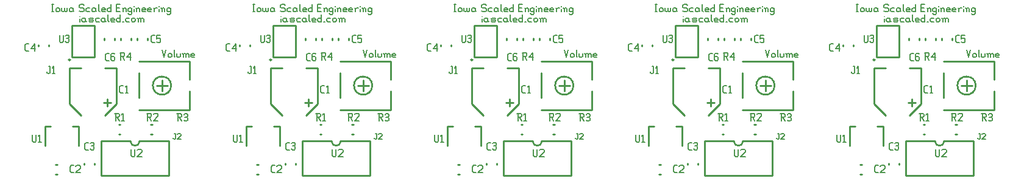
<source format=gbr>
G04 start of page 9 for group -4079 idx -4079 *
G04 Title: (unknown), topsilk *
G04 Creator: pcb 20140316 *
G04 CreationDate: Thu 20 Aug 2020 03:04:10 AM GMT UTC *
G04 For: railfan *
G04 Format: Gerber/RS-274X *
G04 PCB-Dimensions (mil): 5600.00 1200.00 *
G04 PCB-Coordinate-Origin: lower left *
%MOIN*%
%FSLAX25Y25*%
%LNTOPSILK*%
%ADD55C,0.0100*%
%ADD54C,0.0060*%
G54D54*X197500Y83010D02*X198490Y79050D01*
X199480Y83010D01*
X200668Y80535D02*Y79545D01*
Y80535D02*X201163Y81030D01*
X202153D01*
X202648Y80535D01*
Y79545D01*
X202153Y79050D02*X202648Y79545D01*
X201163Y79050D02*X202153D01*
X200668Y79545D02*X201163Y79050D01*
X203836Y83010D02*Y79545D01*
X204331Y79050D01*
X205321Y81030D02*Y79545D01*
X205816Y79050D01*
X206806D01*
X207301Y79545D01*
Y81030D02*Y79545D01*
X208984Y80535D02*Y79050D01*
Y80535D02*X209479Y81030D01*
X209974D01*
X210469Y80535D01*
Y79050D01*
Y80535D02*X210964Y81030D01*
X211459D01*
X211954Y80535D01*
Y79050D01*
X208489Y81030D02*X208984Y80535D01*
X213637Y79050D02*X215122D01*
X213142Y79545D02*X213637Y79050D01*
X213142Y80535D02*Y79545D01*
Y80535D02*X213637Y81030D01*
X214627D01*
X215122Y80535D01*
X213142Y80040D02*X215122D01*
Y80535D02*Y80040D01*
X307500Y83010D02*X308490Y79050D01*
X309480Y83010D01*
X310668Y80535D02*Y79545D01*
Y80535D02*X311163Y81030D01*
X312153D01*
X312648Y80535D01*
Y79545D01*
X312153Y79050D02*X312648Y79545D01*
X311163Y79050D02*X312153D01*
X310668Y79545D02*X311163Y79050D01*
X313836Y83010D02*Y79545D01*
X314331Y79050D01*
X315321Y81030D02*Y79545D01*
X315816Y79050D01*
X316806D01*
X317301Y79545D01*
Y81030D02*Y79545D01*
X318984Y80535D02*Y79050D01*
Y80535D02*X319479Y81030D01*
X319974D01*
X320469Y80535D01*
Y79050D01*
Y80535D02*X320964Y81030D01*
X321459D01*
X321954Y80535D01*
Y79050D01*
X318489Y81030D02*X318984Y80535D01*
X323637Y79050D02*X325122D01*
X323142Y79545D02*X323637Y79050D01*
X323142Y80535D02*Y79545D01*
Y80535D02*X323637Y81030D01*
X324627D01*
X325122Y80535D01*
X323142Y80040D02*X325122D01*
Y80535D02*Y80040D01*
X87500Y83010D02*X88490Y79050D01*
X89480Y83010D01*
X90668Y80535D02*Y79545D01*
Y80535D02*X91163Y81030D01*
X92153D01*
X92648Y80535D01*
Y79545D01*
X92153Y79050D02*X92648Y79545D01*
X91163Y79050D02*X92153D01*
X90668Y79545D02*X91163Y79050D01*
X93836Y83010D02*Y79545D01*
X94331Y79050D01*
X95321Y81030D02*Y79545D01*
X95816Y79050D01*
X96806D01*
X97301Y79545D01*
Y81030D02*Y79545D01*
X98984Y80535D02*Y79050D01*
Y80535D02*X99479Y81030D01*
X99974D01*
X100469Y80535D01*
Y79050D01*
Y80535D02*X100964Y81030D01*
X101459D01*
X101954Y80535D01*
Y79050D01*
X98489Y81030D02*X98984Y80535D01*
X103637Y79050D02*X105122D01*
X103142Y79545D02*X103637Y79050D01*
X103142Y80535D02*Y79545D01*
Y80535D02*X103637Y81030D01*
X104627D01*
X105122Y80535D01*
X103142Y80040D02*X105122D01*
Y80535D02*Y80040D01*
X27000Y108000D02*X28000D01*
X27500D02*Y104000D01*
X27000D02*X28000D01*
X29200Y105500D02*Y104500D01*
Y105500D02*X29700Y106000D01*
X30700D01*
X31200Y105500D01*
Y104500D01*
X30700Y104000D02*X31200Y104500D01*
X29700Y104000D02*X30700D01*
X29200Y104500D02*X29700Y104000D01*
X32400Y106000D02*Y104500D01*
X32900Y104000D01*
X33400D01*
X33900Y104500D01*
Y106000D02*Y104500D01*
X34400Y104000D01*
X34900D01*
X35400Y104500D01*
Y106000D02*Y104500D01*
X38100Y106000D02*X38600Y105500D01*
X37100Y106000D02*X38100D01*
X36600Y105500D02*X37100Y106000D01*
X36600Y105500D02*Y104500D01*
X37100Y104000D01*
X38600Y106000D02*Y104500D01*
X39100Y104000D01*
X37100D02*X38100D01*
X38600Y104500D01*
X44100Y108000D02*X44600Y107500D01*
X42600Y108000D02*X44100D01*
X42100Y107500D02*X42600Y108000D01*
X42100Y107500D02*Y106500D01*
X42600Y106000D01*
X44100D01*
X44600Y105500D01*
Y104500D01*
X44100Y104000D02*X44600Y104500D01*
X42600Y104000D02*X44100D01*
X42100Y104500D02*X42600Y104000D01*
X46300Y106000D02*X47800D01*
X45800Y105500D02*X46300Y106000D01*
X45800Y105500D02*Y104500D01*
X46300Y104000D01*
X47800D01*
X50500Y106000D02*X51000Y105500D01*
X49500Y106000D02*X50500D01*
X49000Y105500D02*X49500Y106000D01*
X49000Y105500D02*Y104500D01*
X49500Y104000D01*
X51000Y106000D02*Y104500D01*
X51500Y104000D01*
X49500D02*X50500D01*
X51000Y104500D01*
X52700Y108000D02*Y104500D01*
X53200Y104000D01*
X54700D02*X56200D01*
X54200Y104500D02*X54700Y104000D01*
X54200Y105500D02*Y104500D01*
Y105500D02*X54700Y106000D01*
X55700D01*
X56200Y105500D01*
X54200Y105000D02*X56200D01*
Y105500D02*Y105000D01*
X59400Y108000D02*Y104000D01*
X58900D02*X59400Y104500D01*
X57900Y104000D02*X58900D01*
X57400Y104500D02*X57900Y104000D01*
X57400Y105500D02*Y104500D01*
Y105500D02*X57900Y106000D01*
X58900D01*
X59400Y105500D01*
X62400Y106200D02*X63900D01*
X62400Y104000D02*X64400D01*
X62400Y108000D02*Y104000D01*
Y108000D02*X64400D01*
X66100Y105500D02*Y104000D01*
Y105500D02*X66600Y106000D01*
X67100D01*
X67600Y105500D01*
Y104000D01*
X65600Y106000D02*X66100Y105500D01*
X70300Y106000D02*X70800Y105500D01*
X69300Y106000D02*X70300D01*
X68800Y105500D02*X69300Y106000D01*
X68800Y105500D02*Y104500D01*
X69300Y104000D01*
X70300D01*
X70800Y104500D01*
X68800Y103000D02*X69300Y102500D01*
X70300D01*
X70800Y103000D01*
Y106000D02*Y103000D01*
X72000Y107000D02*Y106900D01*
Y105500D02*Y104000D01*
X73500Y105500D02*Y104000D01*
Y105500D02*X74000Y106000D01*
X74500D01*
X75000Y105500D01*
Y104000D01*
X73000Y106000D02*X73500Y105500D01*
X76700Y104000D02*X78200D01*
X76200Y104500D02*X76700Y104000D01*
X76200Y105500D02*Y104500D01*
Y105500D02*X76700Y106000D01*
X77700D01*
X78200Y105500D01*
X76200Y105000D02*X78200D01*
Y105500D02*Y105000D01*
X79900Y104000D02*X81400D01*
X79400Y104500D02*X79900Y104000D01*
X79400Y105500D02*Y104500D01*
Y105500D02*X79900Y106000D01*
X80900D01*
X81400Y105500D01*
X79400Y105000D02*X81400D01*
Y105500D02*Y105000D01*
X83100Y105500D02*Y104000D01*
Y105500D02*X83600Y106000D01*
X84600D01*
X82600D02*X83100Y105500D01*
X85800Y107000D02*Y106900D01*
Y105500D02*Y104000D01*
X87300Y105500D02*Y104000D01*
Y105500D02*X87800Y106000D01*
X88300D01*
X88800Y105500D01*
Y104000D01*
X86800Y106000D02*X87300Y105500D01*
X91500Y106000D02*X92000Y105500D01*
X90500Y106000D02*X91500D01*
X90000Y105500D02*X90500Y106000D01*
X90000Y105500D02*Y104500D01*
X90500Y104000D01*
X91500D01*
X92000Y104500D01*
X90000Y103000D02*X90500Y102500D01*
X91500D01*
X92000Y103000D01*
Y106000D02*Y103000D01*
X42500Y101500D02*Y101400D01*
Y100000D02*Y98500D01*
X45000Y100500D02*X45500Y100000D01*
X44000Y100500D02*X45000D01*
X43500Y100000D02*X44000Y100500D01*
X43500Y100000D02*Y99000D01*
X44000Y98500D01*
X45500Y100500D02*Y99000D01*
X46000Y98500D01*
X44000D02*X45000D01*
X45500Y99000D01*
X47700Y98500D02*X49200D01*
X49700Y99000D01*
X49200Y99500D02*X49700Y99000D01*
X47700Y99500D02*X49200D01*
X47200Y100000D02*X47700Y99500D01*
X47200Y100000D02*X47700Y100500D01*
X49200D01*
X49700Y100000D01*
X47200Y99000D02*X47700Y98500D01*
X51400Y100500D02*X52900D01*
X50900Y100000D02*X51400Y100500D01*
X50900Y100000D02*Y99000D01*
X51400Y98500D01*
X52900D01*
X55600Y100500D02*X56100Y100000D01*
X54600Y100500D02*X55600D01*
X54100Y100000D02*X54600Y100500D01*
X54100Y100000D02*Y99000D01*
X54600Y98500D01*
X56100Y100500D02*Y99000D01*
X56600Y98500D01*
X54600D02*X55600D01*
X56100Y99000D01*
X57800Y102500D02*Y99000D01*
X58300Y98500D01*
X59800D02*X61300D01*
X59300Y99000D02*X59800Y98500D01*
X59300Y100000D02*Y99000D01*
Y100000D02*X59800Y100500D01*
X60800D01*
X61300Y100000D01*
X59300Y99500D02*X61300D01*
Y100000D02*Y99500D01*
X64500Y102500D02*Y98500D01*
X64000D02*X64500Y99000D01*
X63000Y98500D02*X64000D01*
X62500Y99000D02*X63000Y98500D01*
X62500Y100000D02*Y99000D01*
Y100000D02*X63000Y100500D01*
X64000D01*
X64500Y100000D01*
X65700Y98500D02*X66200D01*
X67900Y100500D02*X69400D01*
X67400Y100000D02*X67900Y100500D01*
X67400Y100000D02*Y99000D01*
X67900Y98500D01*
X69400D01*
X70600Y100000D02*Y99000D01*
Y100000D02*X71100Y100500D01*
X72100D01*
X72600Y100000D01*
Y99000D01*
X72100Y98500D02*X72600Y99000D01*
X71100Y98500D02*X72100D01*
X70600Y99000D02*X71100Y98500D01*
X74300Y100000D02*Y98500D01*
Y100000D02*X74800Y100500D01*
X75300D01*
X75800Y100000D01*
Y98500D01*
Y100000D02*X76300Y100500D01*
X76800D01*
X77300Y100000D01*
Y98500D01*
X73800Y100500D02*X74300Y100000D01*
X137000Y108000D02*X138000D01*
X137500D02*Y104000D01*
X137000D02*X138000D01*
X139200Y105500D02*Y104500D01*
Y105500D02*X139700Y106000D01*
X140700D01*
X141200Y105500D01*
Y104500D01*
X140700Y104000D02*X141200Y104500D01*
X139700Y104000D02*X140700D01*
X139200Y104500D02*X139700Y104000D01*
X142400Y106000D02*Y104500D01*
X142900Y104000D01*
X143400D01*
X143900Y104500D01*
Y106000D02*Y104500D01*
X144400Y104000D01*
X144900D01*
X145400Y104500D01*
Y106000D02*Y104500D01*
X148100Y106000D02*X148600Y105500D01*
X147100Y106000D02*X148100D01*
X146600Y105500D02*X147100Y106000D01*
X146600Y105500D02*Y104500D01*
X147100Y104000D01*
X148600Y106000D02*Y104500D01*
X149100Y104000D01*
X147100D02*X148100D01*
X148600Y104500D01*
X154100Y108000D02*X154600Y107500D01*
X152600Y108000D02*X154100D01*
X152100Y107500D02*X152600Y108000D01*
X152100Y107500D02*Y106500D01*
X152600Y106000D01*
X154100D01*
X154600Y105500D01*
Y104500D01*
X154100Y104000D02*X154600Y104500D01*
X152600Y104000D02*X154100D01*
X152100Y104500D02*X152600Y104000D01*
X156300Y106000D02*X157800D01*
X155800Y105500D02*X156300Y106000D01*
X155800Y105500D02*Y104500D01*
X156300Y104000D01*
X157800D01*
X160500Y106000D02*X161000Y105500D01*
X159500Y106000D02*X160500D01*
X159000Y105500D02*X159500Y106000D01*
X159000Y105500D02*Y104500D01*
X159500Y104000D01*
X161000Y106000D02*Y104500D01*
X161500Y104000D01*
X159500D02*X160500D01*
X161000Y104500D01*
X162700Y108000D02*Y104500D01*
X163200Y104000D01*
X164700D02*X166200D01*
X164200Y104500D02*X164700Y104000D01*
X164200Y105500D02*Y104500D01*
Y105500D02*X164700Y106000D01*
X165700D01*
X166200Y105500D01*
X164200Y105000D02*X166200D01*
Y105500D02*Y105000D01*
X169400Y108000D02*Y104000D01*
X168900D02*X169400Y104500D01*
X167900Y104000D02*X168900D01*
X167400Y104500D02*X167900Y104000D01*
X167400Y105500D02*Y104500D01*
Y105500D02*X167900Y106000D01*
X168900D01*
X169400Y105500D01*
X172400Y106200D02*X173900D01*
X172400Y104000D02*X174400D01*
X172400Y108000D02*Y104000D01*
Y108000D02*X174400D01*
X176100Y105500D02*Y104000D01*
Y105500D02*X176600Y106000D01*
X177100D01*
X177600Y105500D01*
Y104000D01*
X175600Y106000D02*X176100Y105500D01*
X180300Y106000D02*X180800Y105500D01*
X179300Y106000D02*X180300D01*
X178800Y105500D02*X179300Y106000D01*
X178800Y105500D02*Y104500D01*
X179300Y104000D01*
X180300D01*
X180800Y104500D01*
X178800Y103000D02*X179300Y102500D01*
X180300D01*
X180800Y103000D01*
Y106000D02*Y103000D01*
X182000Y107000D02*Y106900D01*
Y105500D02*Y104000D01*
X183500Y105500D02*Y104000D01*
Y105500D02*X184000Y106000D01*
X184500D01*
X185000Y105500D01*
Y104000D01*
X183000Y106000D02*X183500Y105500D01*
X186700Y104000D02*X188200D01*
X186200Y104500D02*X186700Y104000D01*
X186200Y105500D02*Y104500D01*
Y105500D02*X186700Y106000D01*
X187700D01*
X188200Y105500D01*
X186200Y105000D02*X188200D01*
Y105500D02*Y105000D01*
X189900Y104000D02*X191400D01*
X189400Y104500D02*X189900Y104000D01*
X189400Y105500D02*Y104500D01*
Y105500D02*X189900Y106000D01*
X190900D01*
X191400Y105500D01*
X189400Y105000D02*X191400D01*
Y105500D02*Y105000D01*
X193100Y105500D02*Y104000D01*
Y105500D02*X193600Y106000D01*
X194600D01*
X192600D02*X193100Y105500D01*
X195800Y107000D02*Y106900D01*
Y105500D02*Y104000D01*
X197300Y105500D02*Y104000D01*
Y105500D02*X197800Y106000D01*
X198300D01*
X198800Y105500D01*
Y104000D01*
X196800Y106000D02*X197300Y105500D01*
X201500Y106000D02*X202000Y105500D01*
X200500Y106000D02*X201500D01*
X200000Y105500D02*X200500Y106000D01*
X200000Y105500D02*Y104500D01*
X200500Y104000D01*
X201500D01*
X202000Y104500D01*
X200000Y103000D02*X200500Y102500D01*
X201500D01*
X202000Y103000D01*
Y106000D02*Y103000D01*
X152500Y101500D02*Y101400D01*
Y100000D02*Y98500D01*
X155000Y100500D02*X155500Y100000D01*
X154000Y100500D02*X155000D01*
X153500Y100000D02*X154000Y100500D01*
X153500Y100000D02*Y99000D01*
X154000Y98500D01*
X155500Y100500D02*Y99000D01*
X156000Y98500D01*
X154000D02*X155000D01*
X155500Y99000D01*
X157700Y98500D02*X159200D01*
X159700Y99000D01*
X159200Y99500D02*X159700Y99000D01*
X157700Y99500D02*X159200D01*
X157200Y100000D02*X157700Y99500D01*
X157200Y100000D02*X157700Y100500D01*
X159200D01*
X159700Y100000D01*
X157200Y99000D02*X157700Y98500D01*
X161400Y100500D02*X162900D01*
X160900Y100000D02*X161400Y100500D01*
X160900Y100000D02*Y99000D01*
X161400Y98500D01*
X162900D01*
X165600Y100500D02*X166100Y100000D01*
X164600Y100500D02*X165600D01*
X164100Y100000D02*X164600Y100500D01*
X164100Y100000D02*Y99000D01*
X164600Y98500D01*
X166100Y100500D02*Y99000D01*
X166600Y98500D01*
X164600D02*X165600D01*
X166100Y99000D01*
X167800Y102500D02*Y99000D01*
X168300Y98500D01*
X169800D02*X171300D01*
X169300Y99000D02*X169800Y98500D01*
X169300Y100000D02*Y99000D01*
Y100000D02*X169800Y100500D01*
X170800D01*
X171300Y100000D01*
X169300Y99500D02*X171300D01*
Y100000D02*Y99500D01*
X174500Y102500D02*Y98500D01*
X174000D02*X174500Y99000D01*
X173000Y98500D02*X174000D01*
X172500Y99000D02*X173000Y98500D01*
X172500Y100000D02*Y99000D01*
Y100000D02*X173000Y100500D01*
X174000D01*
X174500Y100000D01*
X175700Y98500D02*X176200D01*
X177900Y100500D02*X179400D01*
X177400Y100000D02*X177900Y100500D01*
X177400Y100000D02*Y99000D01*
X177900Y98500D01*
X179400D01*
X180600Y100000D02*Y99000D01*
Y100000D02*X181100Y100500D01*
X182100D01*
X182600Y100000D01*
Y99000D01*
X182100Y98500D02*X182600Y99000D01*
X181100Y98500D02*X182100D01*
X180600Y99000D02*X181100Y98500D01*
X184300Y100000D02*Y98500D01*
Y100000D02*X184800Y100500D01*
X185300D01*
X185800Y100000D01*
Y98500D01*
Y100000D02*X186300Y100500D01*
X186800D01*
X187300Y100000D01*
Y98500D01*
X183800Y100500D02*X184300Y100000D01*
X247000Y108000D02*X248000D01*
X247500D02*Y104000D01*
X247000D02*X248000D01*
X249200Y105500D02*Y104500D01*
Y105500D02*X249700Y106000D01*
X250700D01*
X251200Y105500D01*
Y104500D01*
X250700Y104000D02*X251200Y104500D01*
X249700Y104000D02*X250700D01*
X249200Y104500D02*X249700Y104000D01*
X252400Y106000D02*Y104500D01*
X252900Y104000D01*
X253400D01*
X253900Y104500D01*
Y106000D02*Y104500D01*
X254400Y104000D01*
X254900D01*
X255400Y104500D01*
Y106000D02*Y104500D01*
X258100Y106000D02*X258600Y105500D01*
X257100Y106000D02*X258100D01*
X256600Y105500D02*X257100Y106000D01*
X256600Y105500D02*Y104500D01*
X257100Y104000D01*
X258600Y106000D02*Y104500D01*
X259100Y104000D01*
X257100D02*X258100D01*
X258600Y104500D01*
X264100Y108000D02*X264600Y107500D01*
X262600Y108000D02*X264100D01*
X262100Y107500D02*X262600Y108000D01*
X262100Y107500D02*Y106500D01*
X262600Y106000D01*
X264100D01*
X264600Y105500D01*
Y104500D01*
X264100Y104000D02*X264600Y104500D01*
X262600Y104000D02*X264100D01*
X262100Y104500D02*X262600Y104000D01*
X266300Y106000D02*X267800D01*
X265800Y105500D02*X266300Y106000D01*
X265800Y105500D02*Y104500D01*
X266300Y104000D01*
X267800D01*
X270500Y106000D02*X271000Y105500D01*
X269500Y106000D02*X270500D01*
X269000Y105500D02*X269500Y106000D01*
X269000Y105500D02*Y104500D01*
X269500Y104000D01*
X271000Y106000D02*Y104500D01*
X271500Y104000D01*
X269500D02*X270500D01*
X271000Y104500D01*
X272700Y108000D02*Y104500D01*
X273200Y104000D01*
X274700D02*X276200D01*
X274200Y104500D02*X274700Y104000D01*
X274200Y105500D02*Y104500D01*
Y105500D02*X274700Y106000D01*
X275700D01*
X276200Y105500D01*
X274200Y105000D02*X276200D01*
Y105500D02*Y105000D01*
X279400Y108000D02*Y104000D01*
X278900D02*X279400Y104500D01*
X277900Y104000D02*X278900D01*
X277400Y104500D02*X277900Y104000D01*
X277400Y105500D02*Y104500D01*
Y105500D02*X277900Y106000D01*
X278900D01*
X279400Y105500D01*
X282400Y106200D02*X283900D01*
X282400Y104000D02*X284400D01*
X282400Y108000D02*Y104000D01*
Y108000D02*X284400D01*
X286100Y105500D02*Y104000D01*
Y105500D02*X286600Y106000D01*
X287100D01*
X287600Y105500D01*
Y104000D01*
X285600Y106000D02*X286100Y105500D01*
X290300Y106000D02*X290800Y105500D01*
X289300Y106000D02*X290300D01*
X288800Y105500D02*X289300Y106000D01*
X288800Y105500D02*Y104500D01*
X289300Y104000D01*
X290300D01*
X290800Y104500D01*
X288800Y103000D02*X289300Y102500D01*
X290300D01*
X290800Y103000D01*
Y106000D02*Y103000D01*
X292000Y107000D02*Y106900D01*
Y105500D02*Y104000D01*
X293500Y105500D02*Y104000D01*
Y105500D02*X294000Y106000D01*
X294500D01*
X295000Y105500D01*
Y104000D01*
X293000Y106000D02*X293500Y105500D01*
X296700Y104000D02*X298200D01*
X296200Y104500D02*X296700Y104000D01*
X296200Y105500D02*Y104500D01*
Y105500D02*X296700Y106000D01*
X297700D01*
X298200Y105500D01*
X296200Y105000D02*X298200D01*
Y105500D02*Y105000D01*
X299900Y104000D02*X301400D01*
X299400Y104500D02*X299900Y104000D01*
X299400Y105500D02*Y104500D01*
Y105500D02*X299900Y106000D01*
X300900D01*
X301400Y105500D01*
X299400Y105000D02*X301400D01*
Y105500D02*Y105000D01*
X303100Y105500D02*Y104000D01*
Y105500D02*X303600Y106000D01*
X304600D01*
X302600D02*X303100Y105500D01*
X305800Y107000D02*Y106900D01*
Y105500D02*Y104000D01*
X307300Y105500D02*Y104000D01*
Y105500D02*X307800Y106000D01*
X308300D01*
X308800Y105500D01*
Y104000D01*
X306800Y106000D02*X307300Y105500D01*
X311500Y106000D02*X312000Y105500D01*
X310500Y106000D02*X311500D01*
X310000Y105500D02*X310500Y106000D01*
X310000Y105500D02*Y104500D01*
X310500Y104000D01*
X311500D01*
X312000Y104500D01*
X310000Y103000D02*X310500Y102500D01*
X311500D01*
X312000Y103000D01*
Y106000D02*Y103000D01*
X262500Y101500D02*Y101400D01*
Y100000D02*Y98500D01*
X265000Y100500D02*X265500Y100000D01*
X264000Y100500D02*X265000D01*
X263500Y100000D02*X264000Y100500D01*
X263500Y100000D02*Y99000D01*
X264000Y98500D01*
X265500Y100500D02*Y99000D01*
X266000Y98500D01*
X264000D02*X265000D01*
X265500Y99000D01*
X267700Y98500D02*X269200D01*
X269700Y99000D01*
X269200Y99500D02*X269700Y99000D01*
X267700Y99500D02*X269200D01*
X267200Y100000D02*X267700Y99500D01*
X267200Y100000D02*X267700Y100500D01*
X269200D01*
X269700Y100000D01*
X267200Y99000D02*X267700Y98500D01*
X271400Y100500D02*X272900D01*
X270900Y100000D02*X271400Y100500D01*
X270900Y100000D02*Y99000D01*
X271400Y98500D01*
X272900D01*
X275600Y100500D02*X276100Y100000D01*
X274600Y100500D02*X275600D01*
X274100Y100000D02*X274600Y100500D01*
X274100Y100000D02*Y99000D01*
X274600Y98500D01*
X276100Y100500D02*Y99000D01*
X276600Y98500D01*
X274600D02*X275600D01*
X276100Y99000D01*
X277800Y102500D02*Y99000D01*
X278300Y98500D01*
X279800D02*X281300D01*
X279300Y99000D02*X279800Y98500D01*
X279300Y100000D02*Y99000D01*
Y100000D02*X279800Y100500D01*
X280800D01*
X281300Y100000D01*
X279300Y99500D02*X281300D01*
Y100000D02*Y99500D01*
X284500Y102500D02*Y98500D01*
X284000D02*X284500Y99000D01*
X283000Y98500D02*X284000D01*
X282500Y99000D02*X283000Y98500D01*
X282500Y100000D02*Y99000D01*
Y100000D02*X283000Y100500D01*
X284000D01*
X284500Y100000D01*
X285700Y98500D02*X286200D01*
X287900Y100500D02*X289400D01*
X287400Y100000D02*X287900Y100500D01*
X287400Y100000D02*Y99000D01*
X287900Y98500D01*
X289400D01*
X290600Y100000D02*Y99000D01*
Y100000D02*X291100Y100500D01*
X292100D01*
X292600Y100000D01*
Y99000D01*
X292100Y98500D02*X292600Y99000D01*
X291100Y98500D02*X292100D01*
X290600Y99000D02*X291100Y98500D01*
X294300Y100000D02*Y98500D01*
Y100000D02*X294800Y100500D01*
X295300D01*
X295800Y100000D01*
Y98500D01*
Y100000D02*X296300Y100500D01*
X296800D01*
X297300Y100000D01*
Y98500D01*
X293800Y100500D02*X294300Y100000D01*
X417500Y83010D02*X418490Y79050D01*
X419480Y83010D01*
X420668Y80535D02*Y79545D01*
Y80535D02*X421163Y81030D01*
X422153D01*
X422648Y80535D01*
Y79545D01*
X422153Y79050D02*X422648Y79545D01*
X421163Y79050D02*X422153D01*
X420668Y79545D02*X421163Y79050D01*
X423836Y83010D02*Y79545D01*
X424331Y79050D01*
X425321Y81030D02*Y79545D01*
X425816Y79050D01*
X426806D01*
X427301Y79545D01*
Y81030D02*Y79545D01*
X428984Y80535D02*Y79050D01*
Y80535D02*X429479Y81030D01*
X429974D01*
X430469Y80535D01*
Y79050D01*
Y80535D02*X430964Y81030D01*
X431459D01*
X431954Y80535D01*
Y79050D01*
X428489Y81030D02*X428984Y80535D01*
X433637Y79050D02*X435122D01*
X433142Y79545D02*X433637Y79050D01*
X433142Y80535D02*Y79545D01*
Y80535D02*X433637Y81030D01*
X434627D01*
X435122Y80535D01*
X433142Y80040D02*X435122D01*
Y80535D02*Y80040D01*
X527500Y83010D02*X528490Y79050D01*
X529480Y83010D01*
X530668Y80535D02*Y79545D01*
Y80535D02*X531163Y81030D01*
X532153D01*
X532648Y80535D01*
Y79545D01*
X532153Y79050D02*X532648Y79545D01*
X531163Y79050D02*X532153D01*
X530668Y79545D02*X531163Y79050D01*
X533836Y83010D02*Y79545D01*
X534331Y79050D01*
X535321Y81030D02*Y79545D01*
X535816Y79050D01*
X536806D01*
X537301Y79545D01*
Y81030D02*Y79545D01*
X538984Y80535D02*Y79050D01*
Y80535D02*X539479Y81030D01*
X539974D01*
X540469Y80535D01*
Y79050D01*
Y80535D02*X540964Y81030D01*
X541459D01*
X541954Y80535D01*
Y79050D01*
X538489Y81030D02*X538984Y80535D01*
X543637Y79050D02*X545122D01*
X543142Y79545D02*X543637Y79050D01*
X543142Y80535D02*Y79545D01*
Y80535D02*X543637Y81030D01*
X544627D01*
X545122Y80535D01*
X543142Y80040D02*X545122D01*
Y80535D02*Y80040D01*
X357000Y108000D02*X358000D01*
X357500D02*Y104000D01*
X357000D02*X358000D01*
X359200Y105500D02*Y104500D01*
Y105500D02*X359700Y106000D01*
X360700D01*
X361200Y105500D01*
Y104500D01*
X360700Y104000D02*X361200Y104500D01*
X359700Y104000D02*X360700D01*
X359200Y104500D02*X359700Y104000D01*
X362400Y106000D02*Y104500D01*
X362900Y104000D01*
X363400D01*
X363900Y104500D01*
Y106000D02*Y104500D01*
X364400Y104000D01*
X364900D01*
X365400Y104500D01*
Y106000D02*Y104500D01*
X368100Y106000D02*X368600Y105500D01*
X367100Y106000D02*X368100D01*
X366600Y105500D02*X367100Y106000D01*
X366600Y105500D02*Y104500D01*
X367100Y104000D01*
X368600Y106000D02*Y104500D01*
X369100Y104000D01*
X367100D02*X368100D01*
X368600Y104500D01*
X374100Y108000D02*X374600Y107500D01*
X372600Y108000D02*X374100D01*
X372100Y107500D02*X372600Y108000D01*
X372100Y107500D02*Y106500D01*
X372600Y106000D01*
X374100D01*
X374600Y105500D01*
Y104500D01*
X374100Y104000D02*X374600Y104500D01*
X372600Y104000D02*X374100D01*
X372100Y104500D02*X372600Y104000D01*
X376300Y106000D02*X377800D01*
X375800Y105500D02*X376300Y106000D01*
X375800Y105500D02*Y104500D01*
X376300Y104000D01*
X377800D01*
X380500Y106000D02*X381000Y105500D01*
X379500Y106000D02*X380500D01*
X379000Y105500D02*X379500Y106000D01*
X379000Y105500D02*Y104500D01*
X379500Y104000D01*
X381000Y106000D02*Y104500D01*
X381500Y104000D01*
X379500D02*X380500D01*
X381000Y104500D01*
X382700Y108000D02*Y104500D01*
X383200Y104000D01*
X384700D02*X386200D01*
X384200Y104500D02*X384700Y104000D01*
X384200Y105500D02*Y104500D01*
Y105500D02*X384700Y106000D01*
X385700D01*
X386200Y105500D01*
X384200Y105000D02*X386200D01*
Y105500D02*Y105000D01*
X389400Y108000D02*Y104000D01*
X388900D02*X389400Y104500D01*
X387900Y104000D02*X388900D01*
X387400Y104500D02*X387900Y104000D01*
X387400Y105500D02*Y104500D01*
Y105500D02*X387900Y106000D01*
X388900D01*
X389400Y105500D01*
X392400Y106200D02*X393900D01*
X392400Y104000D02*X394400D01*
X392400Y108000D02*Y104000D01*
Y108000D02*X394400D01*
X396100Y105500D02*Y104000D01*
Y105500D02*X396600Y106000D01*
X397100D01*
X397600Y105500D01*
Y104000D01*
X395600Y106000D02*X396100Y105500D01*
X400300Y106000D02*X400800Y105500D01*
X399300Y106000D02*X400300D01*
X398800Y105500D02*X399300Y106000D01*
X398800Y105500D02*Y104500D01*
X399300Y104000D01*
X400300D01*
X400800Y104500D01*
X398800Y103000D02*X399300Y102500D01*
X400300D01*
X400800Y103000D01*
Y106000D02*Y103000D01*
X402000Y107000D02*Y106900D01*
Y105500D02*Y104000D01*
X403500Y105500D02*Y104000D01*
Y105500D02*X404000Y106000D01*
X404500D01*
X405000Y105500D01*
Y104000D01*
X403000Y106000D02*X403500Y105500D01*
X406700Y104000D02*X408200D01*
X406200Y104500D02*X406700Y104000D01*
X406200Y105500D02*Y104500D01*
Y105500D02*X406700Y106000D01*
X407700D01*
X408200Y105500D01*
X406200Y105000D02*X408200D01*
Y105500D02*Y105000D01*
X409900Y104000D02*X411400D01*
X409400Y104500D02*X409900Y104000D01*
X409400Y105500D02*Y104500D01*
Y105500D02*X409900Y106000D01*
X410900D01*
X411400Y105500D01*
X409400Y105000D02*X411400D01*
Y105500D02*Y105000D01*
X413100Y105500D02*Y104000D01*
Y105500D02*X413600Y106000D01*
X414600D01*
X412600D02*X413100Y105500D01*
X415800Y107000D02*Y106900D01*
Y105500D02*Y104000D01*
X417300Y105500D02*Y104000D01*
Y105500D02*X417800Y106000D01*
X418300D01*
X418800Y105500D01*
Y104000D01*
X416800Y106000D02*X417300Y105500D01*
X421500Y106000D02*X422000Y105500D01*
X420500Y106000D02*X421500D01*
X420000Y105500D02*X420500Y106000D01*
X420000Y105500D02*Y104500D01*
X420500Y104000D01*
X421500D01*
X422000Y104500D01*
X420000Y103000D02*X420500Y102500D01*
X421500D01*
X422000Y103000D01*
Y106000D02*Y103000D01*
X372500Y101500D02*Y101400D01*
Y100000D02*Y98500D01*
X375000Y100500D02*X375500Y100000D01*
X374000Y100500D02*X375000D01*
X373500Y100000D02*X374000Y100500D01*
X373500Y100000D02*Y99000D01*
X374000Y98500D01*
X375500Y100500D02*Y99000D01*
X376000Y98500D01*
X374000D02*X375000D01*
X375500Y99000D01*
X377700Y98500D02*X379200D01*
X379700Y99000D01*
X379200Y99500D02*X379700Y99000D01*
X377700Y99500D02*X379200D01*
X377200Y100000D02*X377700Y99500D01*
X377200Y100000D02*X377700Y100500D01*
X379200D01*
X379700Y100000D01*
X377200Y99000D02*X377700Y98500D01*
X381400Y100500D02*X382900D01*
X380900Y100000D02*X381400Y100500D01*
X380900Y100000D02*Y99000D01*
X381400Y98500D01*
X382900D01*
X385600Y100500D02*X386100Y100000D01*
X384600Y100500D02*X385600D01*
X384100Y100000D02*X384600Y100500D01*
X384100Y100000D02*Y99000D01*
X384600Y98500D01*
X386100Y100500D02*Y99000D01*
X386600Y98500D01*
X384600D02*X385600D01*
X386100Y99000D01*
X387800Y102500D02*Y99000D01*
X388300Y98500D01*
X389800D02*X391300D01*
X389300Y99000D02*X389800Y98500D01*
X389300Y100000D02*Y99000D01*
Y100000D02*X389800Y100500D01*
X390800D01*
X391300Y100000D01*
X389300Y99500D02*X391300D01*
Y100000D02*Y99500D01*
X394500Y102500D02*Y98500D01*
X394000D02*X394500Y99000D01*
X393000Y98500D02*X394000D01*
X392500Y99000D02*X393000Y98500D01*
X392500Y100000D02*Y99000D01*
Y100000D02*X393000Y100500D01*
X394000D01*
X394500Y100000D01*
X395700Y98500D02*X396200D01*
X397900Y100500D02*X399400D01*
X397400Y100000D02*X397900Y100500D01*
X397400Y100000D02*Y99000D01*
X397900Y98500D01*
X399400D01*
X400600Y100000D02*Y99000D01*
Y100000D02*X401100Y100500D01*
X402100D01*
X402600Y100000D01*
Y99000D01*
X402100Y98500D02*X402600Y99000D01*
X401100Y98500D02*X402100D01*
X400600Y99000D02*X401100Y98500D01*
X404300Y100000D02*Y98500D01*
Y100000D02*X404800Y100500D01*
X405300D01*
X405800Y100000D01*
Y98500D01*
Y100000D02*X406300Y100500D01*
X406800D01*
X407300Y100000D01*
Y98500D01*
X403800Y100500D02*X404300Y100000D01*
X467000Y108000D02*X468000D01*
X467500D02*Y104000D01*
X467000D02*X468000D01*
X469200Y105500D02*Y104500D01*
Y105500D02*X469700Y106000D01*
X470700D01*
X471200Y105500D01*
Y104500D01*
X470700Y104000D02*X471200Y104500D01*
X469700Y104000D02*X470700D01*
X469200Y104500D02*X469700Y104000D01*
X472400Y106000D02*Y104500D01*
X472900Y104000D01*
X473400D01*
X473900Y104500D01*
Y106000D02*Y104500D01*
X474400Y104000D01*
X474900D01*
X475400Y104500D01*
Y106000D02*Y104500D01*
X478100Y106000D02*X478600Y105500D01*
X477100Y106000D02*X478100D01*
X476600Y105500D02*X477100Y106000D01*
X476600Y105500D02*Y104500D01*
X477100Y104000D01*
X478600Y106000D02*Y104500D01*
X479100Y104000D01*
X477100D02*X478100D01*
X478600Y104500D01*
X484100Y108000D02*X484600Y107500D01*
X482600Y108000D02*X484100D01*
X482100Y107500D02*X482600Y108000D01*
X482100Y107500D02*Y106500D01*
X482600Y106000D01*
X484100D01*
X484600Y105500D01*
Y104500D01*
X484100Y104000D02*X484600Y104500D01*
X482600Y104000D02*X484100D01*
X482100Y104500D02*X482600Y104000D01*
X486300Y106000D02*X487800D01*
X485800Y105500D02*X486300Y106000D01*
X485800Y105500D02*Y104500D01*
X486300Y104000D01*
X487800D01*
X490500Y106000D02*X491000Y105500D01*
X489500Y106000D02*X490500D01*
X489000Y105500D02*X489500Y106000D01*
X489000Y105500D02*Y104500D01*
X489500Y104000D01*
X491000Y106000D02*Y104500D01*
X491500Y104000D01*
X489500D02*X490500D01*
X491000Y104500D01*
X492700Y108000D02*Y104500D01*
X493200Y104000D01*
X494700D02*X496200D01*
X494200Y104500D02*X494700Y104000D01*
X494200Y105500D02*Y104500D01*
Y105500D02*X494700Y106000D01*
X495700D01*
X496200Y105500D01*
X494200Y105000D02*X496200D01*
Y105500D02*Y105000D01*
X499400Y108000D02*Y104000D01*
X498900D02*X499400Y104500D01*
X497900Y104000D02*X498900D01*
X497400Y104500D02*X497900Y104000D01*
X497400Y105500D02*Y104500D01*
Y105500D02*X497900Y106000D01*
X498900D01*
X499400Y105500D01*
X502400Y106200D02*X503900D01*
X502400Y104000D02*X504400D01*
X502400Y108000D02*Y104000D01*
Y108000D02*X504400D01*
X506100Y105500D02*Y104000D01*
Y105500D02*X506600Y106000D01*
X507100D01*
X507600Y105500D01*
Y104000D01*
X505600Y106000D02*X506100Y105500D01*
X510300Y106000D02*X510800Y105500D01*
X509300Y106000D02*X510300D01*
X508800Y105500D02*X509300Y106000D01*
X508800Y105500D02*Y104500D01*
X509300Y104000D01*
X510300D01*
X510800Y104500D01*
X508800Y103000D02*X509300Y102500D01*
X510300D01*
X510800Y103000D01*
Y106000D02*Y103000D01*
X512000Y107000D02*Y106900D01*
Y105500D02*Y104000D01*
X513500Y105500D02*Y104000D01*
Y105500D02*X514000Y106000D01*
X514500D01*
X515000Y105500D01*
Y104000D01*
X513000Y106000D02*X513500Y105500D01*
X516700Y104000D02*X518200D01*
X516200Y104500D02*X516700Y104000D01*
X516200Y105500D02*Y104500D01*
Y105500D02*X516700Y106000D01*
X517700D01*
X518200Y105500D01*
X516200Y105000D02*X518200D01*
Y105500D02*Y105000D01*
X519900Y104000D02*X521400D01*
X519400Y104500D02*X519900Y104000D01*
X519400Y105500D02*Y104500D01*
Y105500D02*X519900Y106000D01*
X520900D01*
X521400Y105500D01*
X519400Y105000D02*X521400D01*
Y105500D02*Y105000D01*
X523100Y105500D02*Y104000D01*
Y105500D02*X523600Y106000D01*
X524600D01*
X522600D02*X523100Y105500D01*
X525800Y107000D02*Y106900D01*
Y105500D02*Y104000D01*
X527300Y105500D02*Y104000D01*
Y105500D02*X527800Y106000D01*
X528300D01*
X528800Y105500D01*
Y104000D01*
X526800Y106000D02*X527300Y105500D01*
X531500Y106000D02*X532000Y105500D01*
X530500Y106000D02*X531500D01*
X530000Y105500D02*X530500Y106000D01*
X530000Y105500D02*Y104500D01*
X530500Y104000D01*
X531500D01*
X532000Y104500D01*
X530000Y103000D02*X530500Y102500D01*
X531500D01*
X532000Y103000D01*
Y106000D02*Y103000D01*
X482500Y101500D02*Y101400D01*
Y100000D02*Y98500D01*
X485000Y100500D02*X485500Y100000D01*
X484000Y100500D02*X485000D01*
X483500Y100000D02*X484000Y100500D01*
X483500Y100000D02*Y99000D01*
X484000Y98500D01*
X485500Y100500D02*Y99000D01*
X486000Y98500D01*
X484000D02*X485000D01*
X485500Y99000D01*
X487700Y98500D02*X489200D01*
X489700Y99000D01*
X489200Y99500D02*X489700Y99000D01*
X487700Y99500D02*X489200D01*
X487200Y100000D02*X487700Y99500D01*
X487200Y100000D02*X487700Y100500D01*
X489200D01*
X489700Y100000D01*
X487200Y99000D02*X487700Y98500D01*
X491400Y100500D02*X492900D01*
X490900Y100000D02*X491400Y100500D01*
X490900Y100000D02*Y99000D01*
X491400Y98500D01*
X492900D01*
X495600Y100500D02*X496100Y100000D01*
X494600Y100500D02*X495600D01*
X494100Y100000D02*X494600Y100500D01*
X494100Y100000D02*Y99000D01*
X494600Y98500D01*
X496100Y100500D02*Y99000D01*
X496600Y98500D01*
X494600D02*X495600D01*
X496100Y99000D01*
X497800Y102500D02*Y99000D01*
X498300Y98500D01*
X499800D02*X501300D01*
X499300Y99000D02*X499800Y98500D01*
X499300Y100000D02*Y99000D01*
Y100000D02*X499800Y100500D01*
X500800D01*
X501300Y100000D01*
X499300Y99500D02*X501300D01*
Y100000D02*Y99500D01*
X504500Y102500D02*Y98500D01*
X504000D02*X504500Y99000D01*
X503000Y98500D02*X504000D01*
X502500Y99000D02*X503000Y98500D01*
X502500Y100000D02*Y99000D01*
Y100000D02*X503000Y100500D01*
X504000D01*
X504500Y100000D01*
X505700Y98500D02*X506200D01*
X507900Y100500D02*X509400D01*
X507400Y100000D02*X507900Y100500D01*
X507400Y100000D02*Y99000D01*
X507900Y98500D01*
X509400D01*
X510600Y100000D02*Y99000D01*
Y100000D02*X511100Y100500D01*
X512100D01*
X512600Y100000D01*
Y99000D01*
X512100Y98500D02*X512600Y99000D01*
X511100Y98500D02*X512100D01*
X510600Y99000D02*X511100Y98500D01*
X514300Y100000D02*Y98500D01*
Y100000D02*X514800Y100500D01*
X515300D01*
X515800Y100000D01*
Y98500D01*
Y100000D02*X516300Y100500D01*
X516800D01*
X517300Y100000D01*
Y98500D01*
X513800Y100500D02*X514300Y100000D01*
G54D55*X275996Y72992D02*X282492D01*
X256508D02*X263004D01*
X256508D02*Y53504D01*
X282492Y72992D02*Y53504D01*
X256508D02*X263004Y47008D01*
X282492Y53504D02*X275996Y47008D01*
X275500Y54000D02*X279500D01*
X277500Y56000D02*Y52000D01*
X258158Y96484D02*Y79162D01*
Y96484D02*X270362D01*
Y79162D01*
X258158D02*X270362D01*
X256658Y77162D02*G75*G03X256658Y77162I0J500D01*G01*
X290255Y89393D02*Y88607D01*
X284745Y89393D02*Y88607D01*
X275745Y89393D02*Y88607D01*
X281255Y89393D02*Y88607D01*
X245255Y85893D02*Y85107D01*
X239745Y85893D02*Y85107D01*
X283607Y42255D02*X284393D01*
X283607Y36745D02*X284393D01*
X301107Y42255D02*X301893D01*
X301107Y36745D02*X301893D01*
X274000Y33000D02*Y14000D01*
X311000D01*
Y33000D01*
X274000D02*X290000D01*
X311000D02*X295000D01*
X290000D02*G75*G03X295000Y33000I2500J0D01*G01*
X243250Y41150D02*Y30520D01*
X261750Y41150D02*Y30520D01*
X243250Y41150D02*X246500D01*
X261750D02*X258500D01*
X243250Y30520D02*X243429D01*
X261571D02*X261750D01*
X249107Y20255D02*X249893D01*
X249107Y14745D02*X249893D01*
X270255Y20893D02*Y20107D01*
X264745Y20893D02*Y20107D01*
X299255Y89393D02*Y88607D01*
X293745Y89393D02*Y88607D01*
X294642Y76709D02*X322358D01*
Y66700D01*
Y60300D02*Y50291D01*
X294642D01*
Y56700D02*Y70300D01*
X304240Y63500D02*X310240D01*
X307240Y66500D02*Y60500D01*
X302240Y63500D02*G75*G03X302240Y63500I5000J0D01*G01*
X385996Y72992D02*X392492D01*
X366508D02*X373004D01*
X366508D02*Y53504D01*
X392492Y72992D02*Y53504D01*
X366508D02*X373004Y47008D01*
X392492Y53504D02*X385996Y47008D01*
X385500Y54000D02*X389500D01*
X387500Y56000D02*Y52000D01*
X355255Y85893D02*Y85107D01*
X349745Y85893D02*Y85107D01*
X393607Y42255D02*X394393D01*
X393607Y36745D02*X394393D01*
X353250Y41150D02*Y30520D01*
X371750Y41150D02*Y30520D01*
X353250Y41150D02*X356500D01*
X371750D02*X368500D01*
X353250Y30520D02*X353429D01*
X371571D02*X371750D01*
X411107Y42255D02*X411893D01*
X411107Y36745D02*X411893D01*
X384000Y33000D02*Y14000D01*
X421000D01*
Y33000D01*
X384000D02*X400000D01*
X421000D02*X405000D01*
X400000D02*G75*G03X405000Y33000I2500J0D01*G01*
X359107Y20255D02*X359893D01*
X359107Y14745D02*X359893D01*
X380255Y20893D02*Y20107D01*
X374745Y20893D02*Y20107D01*
X368158Y96484D02*Y79162D01*
Y96484D02*X380362D01*
Y79162D01*
X368158D02*X380362D01*
X366658Y77162D02*G75*G03X366658Y77162I0J500D01*G01*
X385745Y89393D02*Y88607D01*
X391255Y89393D02*Y88607D01*
X400255Y89393D02*Y88607D01*
X394745Y89393D02*Y88607D01*
X409255Y89393D02*Y88607D01*
X403745Y89393D02*Y88607D01*
X404642Y76709D02*X432358D01*
Y66700D01*
Y60300D02*Y50291D01*
X404642D01*
Y56700D02*Y70300D01*
X414240Y63500D02*X420240D01*
X417240Y66500D02*Y60500D01*
X412240Y63500D02*G75*G03X412240Y63500I5000J0D01*G01*
X465255Y85893D02*Y85107D01*
X459745Y85893D02*Y85107D01*
X503607Y42255D02*X504393D01*
X503607Y36745D02*X504393D01*
X521107Y42255D02*X521893D01*
X521107Y36745D02*X521893D01*
X494000Y33000D02*Y14000D01*
X531000D01*
Y33000D01*
X494000D02*X510000D01*
X531000D02*X515000D01*
X510000D02*G75*G03X515000Y33000I2500J0D01*G01*
X495996Y72992D02*X502492D01*
X476508D02*X483004D01*
X476508D02*Y53504D01*
X502492Y72992D02*Y53504D01*
X476508D02*X483004Y47008D01*
X502492Y53504D02*X495996Y47008D01*
X495500Y54000D02*X499500D01*
X497500Y56000D02*Y52000D01*
X478158Y96484D02*Y79162D01*
Y96484D02*X490362D01*
Y79162D01*
X478158D02*X490362D01*
X476658Y77162D02*G75*G03X476658Y77162I0J500D01*G01*
X495745Y89393D02*Y88607D01*
X501255Y89393D02*Y88607D01*
X463250Y41150D02*Y30520D01*
X481750Y41150D02*Y30520D01*
X463250Y41150D02*X466500D01*
X481750D02*X478500D01*
X463250Y30520D02*X463429D01*
X481571D02*X481750D01*
X469107Y20255D02*X469893D01*
X469107Y14745D02*X469893D01*
X490255Y20893D02*Y20107D01*
X484745Y20893D02*Y20107D01*
X510255Y89393D02*Y88607D01*
X504745Y89393D02*Y88607D01*
X519255Y89393D02*Y88607D01*
X513745Y89393D02*Y88607D01*
X514642Y76709D02*X542358D01*
Y66700D01*
Y60300D02*Y50291D01*
X514642D01*
Y56700D02*Y70300D01*
X524240Y63500D02*X530240D01*
X527240Y66500D02*Y60500D01*
X522240Y63500D02*G75*G03X522240Y63500I5000J0D01*G01*
X70255Y89393D02*Y88607D01*
X64745Y89393D02*Y88607D01*
X79255Y89393D02*Y88607D01*
X73745Y89393D02*Y88607D01*
X74642Y76709D02*X102358D01*
Y66700D01*
Y60300D02*Y50291D01*
X74642D01*
Y56700D02*Y70300D01*
X84240Y63500D02*X90240D01*
X87240Y66500D02*Y60500D01*
X82240Y63500D02*G75*G03X82240Y63500I5000J0D01*G01*
X135255Y85893D02*Y85107D01*
X129745Y85893D02*Y85107D01*
X63607Y42255D02*X64393D01*
X63607Y36745D02*X64393D01*
X23250Y41150D02*Y30520D01*
X41750Y41150D02*Y30520D01*
X23250Y41150D02*X26500D01*
X41750D02*X38500D01*
X23250Y30520D02*X23429D01*
X41571D02*X41750D01*
X81107Y42255D02*X81893D01*
X81107Y36745D02*X81893D01*
X54000Y33000D02*Y14000D01*
X91000D01*
Y33000D01*
X54000D02*X70000D01*
X91000D02*X75000D01*
X70000D02*G75*G03X75000Y33000I2500J0D01*G01*
X29107Y20255D02*X29893D01*
X29107Y14745D02*X29893D01*
X50255Y20893D02*Y20107D01*
X44745Y20893D02*Y20107D01*
X55996Y72992D02*X62492D01*
X36508D02*X43004D01*
X36508D02*Y53504D01*
X62492Y72992D02*Y53504D01*
X36508D02*X43004Y47008D01*
X62492Y53504D02*X55996Y47008D01*
X55500Y54000D02*X59500D01*
X57500Y56000D02*Y52000D01*
X25255Y85893D02*Y85107D01*
X19745Y85893D02*Y85107D01*
X38158Y96484D02*Y79162D01*
Y96484D02*X50362D01*
Y79162D01*
X38158D02*X50362D01*
X36658Y77162D02*G75*G03X36658Y77162I0J500D01*G01*
X55745Y89393D02*Y88607D01*
X61255Y89393D02*Y88607D01*
X173607Y42255D02*X174393D01*
X173607Y36745D02*X174393D01*
X191107Y42255D02*X191893D01*
X191107Y36745D02*X191893D01*
X164000Y33000D02*Y14000D01*
X201000D01*
Y33000D01*
X164000D02*X180000D01*
X201000D02*X185000D01*
X180000D02*G75*G03X185000Y33000I2500J0D01*G01*
X165996Y72992D02*X172492D01*
X146508D02*X153004D01*
X146508D02*Y53504D01*
X172492Y72992D02*Y53504D01*
X146508D02*X153004Y47008D01*
X172492Y53504D02*X165996Y47008D01*
X165500Y54000D02*X169500D01*
X167500Y56000D02*Y52000D01*
X148158Y96484D02*Y79162D01*
Y96484D02*X160362D01*
Y79162D01*
X148158D02*X160362D01*
X146658Y77162D02*G75*G03X146658Y77162I0J500D01*G01*
X165745Y89393D02*Y88607D01*
X171255Y89393D02*Y88607D01*
X133250Y41150D02*Y30520D01*
X151750Y41150D02*Y30520D01*
X133250Y41150D02*X136500D01*
X151750D02*X148500D01*
X133250Y30520D02*X133429D01*
X151571D02*X151750D01*
X139107Y20255D02*X139893D01*
X139107Y14745D02*X139893D01*
X160255Y20893D02*Y20107D01*
X154745Y20893D02*Y20107D01*
X180255Y89393D02*Y88607D01*
X174745Y89393D02*Y88607D01*
X189255Y89393D02*Y88607D01*
X183745Y89393D02*Y88607D01*
X184642Y76709D02*X212358D01*
Y66700D01*
Y60300D02*Y50291D01*
X184642D01*
Y56700D02*Y70300D01*
X194240Y63500D02*X200240D01*
X197240Y66500D02*Y60500D01*
X192240Y63500D02*G75*G03X192240Y63500I5000J0D01*G01*
G54D54*X281350Y48150D02*X283350D01*
X283850Y47650D01*
Y46650D01*
X283350Y46150D02*X283850Y46650D01*
X281850Y46150D02*X283350D01*
X281850Y48150D02*Y44150D01*
X282650Y46150D02*X283850Y44150D01*
X285050Y47350D02*X285850Y48150D01*
Y44150D01*
X285050D02*X286550D01*
X236500Y36500D02*Y33000D01*
X237000Y32500D01*
X238000D01*
X238500Y33000D01*
Y36500D02*Y33000D01*
X239700Y35700D02*X240500Y36500D01*
Y32500D01*
X239700D02*X241200D01*
X298893Y48150D02*X300893D01*
X301393Y47650D01*
Y46650D01*
X300893Y46150D02*X301393Y46650D01*
X299393Y46150D02*X300893D01*
X299393Y48150D02*Y44150D01*
X300193Y46150D02*X301393Y44150D01*
X302593Y47650D02*X303093Y48150D01*
X304593D01*
X305093Y47650D01*
Y46650D01*
X302593Y44150D02*X305093Y46650D01*
X302593Y44150D02*X305093D01*
X290500Y28500D02*Y25000D01*
X291000Y24500D01*
X292000D01*
X292500Y25000D01*
Y28500D02*Y25000D01*
X293700Y28000D02*X294200Y28500D01*
X295700D01*
X296200Y28000D01*
Y27000D01*
X293700Y24500D02*X296200Y27000D01*
X293700Y24500D02*X296200D01*
X265550Y28150D02*X266850D01*
X264850Y28850D02*X265550Y28150D01*
X264850Y31450D02*Y28850D01*
Y31450D02*X265550Y32150D01*
X266850D01*
X268050Y31650D02*X268550Y32150D01*
X269550D01*
X270050Y31650D01*
X269550Y28150D02*X270050Y28650D01*
X268550Y28150D02*X269550D01*
X268050Y28650D02*X268550Y28150D01*
Y30350D02*X269550D01*
X270050Y31650D02*Y30850D01*
Y29850D02*Y28650D01*
Y29850D02*X269550Y30350D01*
X270050Y30850D02*X269550Y30350D01*
X257550Y15650D02*X258850D01*
X256850Y16350D02*X257550Y15650D01*
X256850Y18950D02*Y16350D01*
Y18950D02*X257550Y19650D01*
X258850D01*
X260050Y19150D02*X260550Y19650D01*
X262050D01*
X262550Y19150D01*
Y18150D01*
X260050Y15650D02*X262550Y18150D01*
X260050Y15650D02*X262550D01*
X251240Y91177D02*Y87677D01*
X251740Y87177D01*
X252740D01*
X253240Y87677D01*
Y91177D02*Y87677D01*
X254440Y90677D02*X254940Y91177D01*
X255940D01*
X256440Y90677D01*
X255940Y87177D02*X256440Y87677D01*
X254940Y87177D02*X255940D01*
X254440Y87677D02*X254940Y87177D01*
Y89377D02*X255940D01*
X256440Y90677D02*Y89877D01*
Y88877D02*Y87677D01*
Y88877D02*X255940Y89377D01*
X256440Y89877D02*X255940Y89377D01*
X233006Y82343D02*X234306D01*
X232306Y83043D02*X233006Y82343D01*
X232306Y85643D02*Y83043D01*
Y85643D02*X233006Y86343D01*
X234306D01*
X235506Y83843D02*X237506Y86343D01*
X235506Y83843D02*X238006D01*
X237506Y86343D02*Y82343D01*
X245200Y73969D02*X246000D01*
Y70469D01*
X245500Y69969D02*X246000Y70469D01*
X245000Y69969D02*X245500D01*
X244500Y70469D02*X245000Y69969D01*
X244500Y70969D02*Y70469D01*
X247200Y73169D02*X248000Y73969D01*
Y69969D01*
X247200D02*X248700D01*
X284700Y59500D02*X286000D01*
X284000Y60200D02*X284700Y59500D01*
X284000Y62800D02*Y60200D01*
Y62800D02*X284700Y63500D01*
X286000D01*
X287200Y62700D02*X288000Y63500D01*
Y59500D01*
X287200D02*X288700D01*
X276896Y77244D02*X278196D01*
X276196Y77944D02*X276896Y77244D01*
X276196Y80544D02*Y77944D01*
Y80544D02*X276896Y81244D01*
X278196D01*
X280896D02*X281396Y80744D01*
X279896Y81244D02*X280896D01*
X279396Y80744D02*X279896Y81244D01*
X279396Y80744D02*Y77744D01*
X279896Y77244D01*
X280896Y79444D02*X281396Y78944D01*
X279396Y79444D02*X280896D01*
X279896Y77244D02*X280896D01*
X281396Y77744D01*
Y78944D02*Y77744D01*
X284287Y81504D02*X286287D01*
X286787Y81004D01*
Y80004D01*
X286287Y79504D02*X286787Y80004D01*
X284787Y79504D02*X286287D01*
X284787Y81504D02*Y77504D01*
X285587Y79504D02*X286787Y77504D01*
X287987Y79004D02*X289987Y81504D01*
X287987Y79004D02*X290487D01*
X289987Y81504D02*Y77504D01*
X301967Y87087D02*X303267D01*
X301267Y87787D02*X301967Y87087D01*
X301267Y90387D02*Y87787D01*
Y90387D02*X301967Y91087D01*
X303267D01*
X304467D02*X306467D01*
X304467D02*Y89087D01*
X304967Y89587D01*
X305967D01*
X306467Y89087D01*
Y87587D01*
X305967Y87087D02*X306467Y87587D01*
X304967Y87087D02*X305967D01*
X304467Y87587D02*X304967Y87087D01*
X355200Y73969D02*X356000D01*
Y70469D01*
X355500Y69969D02*X356000Y70469D01*
X355000Y69969D02*X355500D01*
X354500Y70469D02*X355000Y69969D01*
X354500Y70969D02*Y70469D01*
X357200Y73169D02*X358000Y73969D01*
Y69969D01*
X357200D02*X358700D01*
X343006Y82343D02*X344306D01*
X342306Y83043D02*X343006Y82343D01*
X342306Y85643D02*Y83043D01*
Y85643D02*X343006Y86343D01*
X344306D01*
X345506Y83843D02*X347506Y86343D01*
X345506Y83843D02*X348006D01*
X347506Y86343D02*Y82343D01*
X314039Y37230D02*X314655D01*
Y34535D01*
X314270Y34150D02*X314655Y34535D01*
X313885Y34150D02*X314270D01*
X313500Y34535D02*X313885Y34150D01*
X313500Y34920D02*Y34535D01*
X315579Y36845D02*X315964Y37230D01*
X317119D01*
X317504Y36845D01*
Y36075D01*
X315579Y34150D02*X317504Y36075D01*
X315579Y34150D02*X317504D01*
X315500Y48000D02*X317500D01*
X318000Y47500D01*
Y46500D01*
X317500Y46000D02*X318000Y46500D01*
X316000Y46000D02*X317500D01*
X316000Y48000D02*Y44000D01*
X316800Y46000D02*X318000Y44000D01*
X319200Y47500D02*X319700Y48000D01*
X320700D01*
X321200Y47500D01*
X320700Y44000D02*X321200Y44500D01*
X319700Y44000D02*X320700D01*
X319200Y44500D02*X319700Y44000D01*
Y46200D02*X320700D01*
X321200Y47500D02*Y46700D01*
Y45700D02*Y44500D01*
Y45700D02*X320700Y46200D01*
X321200Y46700D02*X320700Y46200D01*
X346500Y36500D02*Y33000D01*
X347000Y32500D01*
X348000D01*
X348500Y33000D01*
Y36500D02*Y33000D01*
X349700Y35700D02*X350500Y36500D01*
Y32500D01*
X349700D02*X351200D01*
X367550Y15650D02*X368850D01*
X366850Y16350D02*X367550Y15650D01*
X366850Y18950D02*Y16350D01*
Y18950D02*X367550Y19650D01*
X368850D01*
X370050Y19150D02*X370550Y19650D01*
X372050D01*
X372550Y19150D01*
Y18150D01*
X370050Y15650D02*X372550Y18150D01*
X370050Y15650D02*X372550D01*
X375550Y28150D02*X376850D01*
X374850Y28850D02*X375550Y28150D01*
X374850Y31450D02*Y28850D01*
Y31450D02*X375550Y32150D01*
X376850D01*
X378050Y31650D02*X378550Y32150D01*
X379550D01*
X380050Y31650D01*
X379550Y28150D02*X380050Y28650D01*
X378550Y28150D02*X379550D01*
X378050Y28650D02*X378550Y28150D01*
Y30350D02*X379550D01*
X380050Y31650D02*Y30850D01*
Y29850D02*Y28650D01*
Y29850D02*X379550Y30350D01*
X380050Y30850D02*X379550Y30350D01*
X361240Y91177D02*Y87677D01*
X361740Y87177D01*
X362740D01*
X363240Y87677D01*
Y91177D02*Y87677D01*
X364440Y90677D02*X364940Y91177D01*
X365940D01*
X366440Y90677D01*
X365940Y87177D02*X366440Y87677D01*
X364940Y87177D02*X365940D01*
X364440Y87677D02*X364940Y87177D01*
Y89377D02*X365940D01*
X366440Y90677D02*Y89877D01*
Y88877D02*Y87677D01*
Y88877D02*X365940Y89377D01*
X366440Y89877D02*X365940Y89377D01*
X411967Y87087D02*X413267D01*
X411267Y87787D02*X411967Y87087D01*
X411267Y90387D02*Y87787D01*
Y90387D02*X411967Y91087D01*
X413267D01*
X414467D02*X416467D01*
X414467D02*Y89087D01*
X414967Y89587D01*
X415967D01*
X416467Y89087D01*
Y87587D01*
X415967Y87087D02*X416467Y87587D01*
X414967Y87087D02*X415967D01*
X414467Y87587D02*X414967Y87087D01*
X391350Y48150D02*X393350D01*
X393850Y47650D01*
Y46650D01*
X393350Y46150D02*X393850Y46650D01*
X391850Y46150D02*X393350D01*
X391850Y48150D02*Y44150D01*
X392650Y46150D02*X393850Y44150D01*
X395050Y47350D02*X395850Y48150D01*
Y44150D01*
X395050D02*X396550D01*
X394700Y59500D02*X396000D01*
X394000Y60200D02*X394700Y59500D01*
X394000Y62800D02*Y60200D01*
Y62800D02*X394700Y63500D01*
X396000D01*
X397200Y62700D02*X398000Y63500D01*
Y59500D01*
X397200D02*X398700D01*
X408893Y48150D02*X410893D01*
X411393Y47650D01*
Y46650D01*
X410893Y46150D02*X411393Y46650D01*
X409393Y46150D02*X410893D01*
X409393Y48150D02*Y44150D01*
X410193Y46150D02*X411393Y44150D01*
X412593Y47650D02*X413093Y48150D01*
X414593D01*
X415093Y47650D01*
Y46650D01*
X412593Y44150D02*X415093Y46650D01*
X412593Y44150D02*X415093D01*
X400500Y28500D02*Y25000D01*
X401000Y24500D01*
X402000D01*
X402500Y25000D01*
Y28500D02*Y25000D01*
X403700Y28000D02*X404200Y28500D01*
X405700D01*
X406200Y28000D01*
Y27000D01*
X403700Y24500D02*X406200Y27000D01*
X403700Y24500D02*X406200D01*
X424039Y37230D02*X424655D01*
Y34535D01*
X424270Y34150D02*X424655Y34535D01*
X423885Y34150D02*X424270D01*
X423500Y34535D02*X423885Y34150D01*
X423500Y34920D02*Y34535D01*
X425579Y36845D02*X425964Y37230D01*
X427119D01*
X427504Y36845D01*
Y36075D01*
X425579Y34150D02*X427504Y36075D01*
X425579Y34150D02*X427504D01*
X425500Y48000D02*X427500D01*
X428000Y47500D01*
Y46500D01*
X427500Y46000D02*X428000Y46500D01*
X426000Y46000D02*X427500D01*
X426000Y48000D02*Y44000D01*
X426800Y46000D02*X428000Y44000D01*
X429200Y47500D02*X429700Y48000D01*
X430700D01*
X431200Y47500D01*
X430700Y44000D02*X431200Y44500D01*
X429700Y44000D02*X430700D01*
X429200Y44500D02*X429700Y44000D01*
Y46200D02*X430700D01*
X431200Y47500D02*Y46700D01*
Y45700D02*Y44500D01*
Y45700D02*X430700Y46200D01*
X431200Y46700D02*X430700Y46200D01*
X394287Y81504D02*X396287D01*
X396787Y81004D01*
Y80004D01*
X396287Y79504D02*X396787Y80004D01*
X394787Y79504D02*X396287D01*
X394787Y81504D02*Y77504D01*
X395587Y79504D02*X396787Y77504D01*
X397987Y79004D02*X399987Y81504D01*
X397987Y79004D02*X400487D01*
X399987Y81504D02*Y77504D01*
X386896Y77244D02*X388196D01*
X386196Y77944D02*X386896Y77244D01*
X386196Y80544D02*Y77944D01*
Y80544D02*X386896Y81244D01*
X388196D01*
X390896D02*X391396Y80744D01*
X389896Y81244D02*X390896D01*
X389396Y80744D02*X389896Y81244D01*
X389396Y80744D02*Y77744D01*
X389896Y77244D01*
X390896Y79444D02*X391396Y78944D01*
X389396Y79444D02*X390896D01*
X389896Y77244D02*X390896D01*
X391396Y77744D01*
Y78944D02*Y77744D01*
X501350Y48150D02*X503350D01*
X503850Y47650D01*
Y46650D01*
X503350Y46150D02*X503850Y46650D01*
X501850Y46150D02*X503350D01*
X501850Y48150D02*Y44150D01*
X502650Y46150D02*X503850Y44150D01*
X505050Y47350D02*X505850Y48150D01*
Y44150D01*
X505050D02*X506550D01*
X456500Y36500D02*Y33000D01*
X457000Y32500D01*
X458000D01*
X458500Y33000D01*
Y36500D02*Y33000D01*
X459700Y35700D02*X460500Y36500D01*
Y32500D01*
X459700D02*X461200D01*
X485550Y28150D02*X486850D01*
X484850Y28850D02*X485550Y28150D01*
X484850Y31450D02*Y28850D01*
Y31450D02*X485550Y32150D01*
X486850D01*
X488050Y31650D02*X488550Y32150D01*
X489550D01*
X490050Y31650D01*
X489550Y28150D02*X490050Y28650D01*
X488550Y28150D02*X489550D01*
X488050Y28650D02*X488550Y28150D01*
Y30350D02*X489550D01*
X490050Y31650D02*Y30850D01*
Y29850D02*Y28650D01*
Y29850D02*X489550Y30350D01*
X490050Y30850D02*X489550Y30350D01*
X477550Y15650D02*X478850D01*
X476850Y16350D02*X477550Y15650D01*
X476850Y18950D02*Y16350D01*
Y18950D02*X477550Y19650D01*
X478850D01*
X480050Y19150D02*X480550Y19650D01*
X482050D01*
X482550Y19150D01*
Y18150D01*
X480050Y15650D02*X482550Y18150D01*
X480050Y15650D02*X482550D01*
X465200Y73969D02*X466000D01*
Y70469D01*
X465500Y69969D02*X466000Y70469D01*
X465000Y69969D02*X465500D01*
X464500Y70469D02*X465000Y69969D01*
X464500Y70969D02*Y70469D01*
X467200Y73169D02*X468000Y73969D01*
Y69969D01*
X467200D02*X468700D01*
X504700Y59500D02*X506000D01*
X504000Y60200D02*X504700Y59500D01*
X504000Y62800D02*Y60200D01*
Y62800D02*X504700Y63500D01*
X506000D01*
X507200Y62700D02*X508000Y63500D01*
Y59500D01*
X507200D02*X508700D01*
X496896Y77244D02*X498196D01*
X496196Y77944D02*X496896Y77244D01*
X496196Y80544D02*Y77944D01*
Y80544D02*X496896Y81244D01*
X498196D01*
X500896D02*X501396Y80744D01*
X499896Y81244D02*X500896D01*
X499396Y80744D02*X499896Y81244D01*
X499396Y80744D02*Y77744D01*
X499896Y77244D01*
X500896Y79444D02*X501396Y78944D01*
X499396Y79444D02*X500896D01*
X499896Y77244D02*X500896D01*
X501396Y77744D01*
Y78944D02*Y77744D01*
X453006Y82343D02*X454306D01*
X452306Y83043D02*X453006Y82343D01*
X452306Y85643D02*Y83043D01*
Y85643D02*X453006Y86343D01*
X454306D01*
X455506Y83843D02*X457506Y86343D01*
X455506Y83843D02*X458006D01*
X457506Y86343D02*Y82343D01*
X471240Y91177D02*Y87677D01*
X471740Y87177D01*
X472740D01*
X473240Y87677D01*
Y91177D02*Y87677D01*
X474440Y90677D02*X474940Y91177D01*
X475940D01*
X476440Y90677D01*
X475940Y87177D02*X476440Y87677D01*
X474940Y87177D02*X475940D01*
X474440Y87677D02*X474940Y87177D01*
Y89377D02*X475940D01*
X476440Y90677D02*Y89877D01*
Y88877D02*Y87677D01*
Y88877D02*X475940Y89377D01*
X476440Y89877D02*X475940Y89377D01*
X521967Y87087D02*X523267D01*
X521267Y87787D02*X521967Y87087D01*
X521267Y90387D02*Y87787D01*
Y90387D02*X521967Y91087D01*
X523267D01*
X524467D02*X526467D01*
X524467D02*Y89087D01*
X524967Y89587D01*
X525967D01*
X526467Y89087D01*
Y87587D01*
X525967Y87087D02*X526467Y87587D01*
X524967Y87087D02*X525967D01*
X524467Y87587D02*X524967Y87087D01*
X504287Y81504D02*X506287D01*
X506787Y81004D01*
Y80004D01*
X506287Y79504D02*X506787Y80004D01*
X504787Y79504D02*X506287D01*
X504787Y81504D02*Y77504D01*
X505587Y79504D02*X506787Y77504D01*
X507987Y79004D02*X509987Y81504D01*
X507987Y79004D02*X510487D01*
X509987Y81504D02*Y77504D01*
X518893Y48150D02*X520893D01*
X521393Y47650D01*
Y46650D01*
X520893Y46150D02*X521393Y46650D01*
X519393Y46150D02*X520893D01*
X519393Y48150D02*Y44150D01*
X520193Y46150D02*X521393Y44150D01*
X522593Y47650D02*X523093Y48150D01*
X524593D01*
X525093Y47650D01*
Y46650D01*
X522593Y44150D02*X525093Y46650D01*
X522593Y44150D02*X525093D01*
X510500Y28500D02*Y25000D01*
X511000Y24500D01*
X512000D01*
X512500Y25000D01*
Y28500D02*Y25000D01*
X513700Y28000D02*X514200Y28500D01*
X515700D01*
X516200Y28000D01*
Y27000D01*
X513700Y24500D02*X516200Y27000D01*
X513700Y24500D02*X516200D01*
X534039Y37230D02*X534655D01*
Y34535D01*
X534270Y34150D02*X534655Y34535D01*
X533885Y34150D02*X534270D01*
X533500Y34535D02*X533885Y34150D01*
X533500Y34920D02*Y34535D01*
X535579Y36845D02*X535964Y37230D01*
X537119D01*
X537504Y36845D01*
Y36075D01*
X535579Y34150D02*X537504Y36075D01*
X535579Y34150D02*X537504D01*
X535500Y48000D02*X537500D01*
X538000Y47500D01*
Y46500D01*
X537500Y46000D02*X538000Y46500D01*
X536000Y46000D02*X537500D01*
X536000Y48000D02*Y44000D01*
X536800Y46000D02*X538000Y44000D01*
X539200Y47500D02*X539700Y48000D01*
X540700D01*
X541200Y47500D01*
X540700Y44000D02*X541200Y44500D01*
X539700Y44000D02*X540700D01*
X539200Y44500D02*X539700Y44000D01*
Y46200D02*X540700D01*
X541200Y47500D02*Y46700D01*
Y45700D02*Y44500D01*
Y45700D02*X540700Y46200D01*
X541200Y46700D02*X540700Y46200D01*
X56896Y77244D02*X58196D01*
X56196Y77944D02*X56896Y77244D01*
X56196Y80544D02*Y77944D01*
Y80544D02*X56896Y81244D01*
X58196D01*
X60896D02*X61396Y80744D01*
X59896Y81244D02*X60896D01*
X59396Y80744D02*X59896Y81244D01*
X59396Y80744D02*Y77744D01*
X59896Y77244D01*
X60896Y79444D02*X61396Y78944D01*
X59396Y79444D02*X60896D01*
X59896Y77244D02*X60896D01*
X61396Y77744D01*
Y78944D02*Y77744D01*
X135200Y73969D02*X136000D01*
Y70469D01*
X135500Y69969D02*X136000Y70469D01*
X135000Y69969D02*X135500D01*
X134500Y70469D02*X135000Y69969D01*
X134500Y70969D02*Y70469D01*
X137200Y73169D02*X138000Y73969D01*
Y69969D01*
X137200D02*X138700D01*
X94039Y37230D02*X94655D01*
Y34535D01*
X94270Y34150D02*X94655Y34535D01*
X93885Y34150D02*X94270D01*
X93500Y34535D02*X93885Y34150D01*
X93500Y34920D02*Y34535D01*
X95579Y36845D02*X95964Y37230D01*
X97119D01*
X97504Y36845D01*
Y36075D01*
X95579Y34150D02*X97504Y36075D01*
X95579Y34150D02*X97504D01*
X95500Y48000D02*X97500D01*
X98000Y47500D01*
Y46500D01*
X97500Y46000D02*X98000Y46500D01*
X96000Y46000D02*X97500D01*
X96000Y48000D02*Y44000D01*
X96800Y46000D02*X98000Y44000D01*
X99200Y47500D02*X99700Y48000D01*
X100700D01*
X101200Y47500D01*
X100700Y44000D02*X101200Y44500D01*
X99700Y44000D02*X100700D01*
X99200Y44500D02*X99700Y44000D01*
Y46200D02*X100700D01*
X101200Y47500D02*Y46700D01*
Y45700D02*Y44500D01*
Y45700D02*X100700Y46200D01*
X101200Y46700D02*X100700Y46200D01*
X126500Y36500D02*Y33000D01*
X127000Y32500D01*
X128000D01*
X128500Y33000D01*
Y36500D02*Y33000D01*
X129700Y35700D02*X130500Y36500D01*
Y32500D01*
X129700D02*X131200D01*
X147550Y15650D02*X148850D01*
X146850Y16350D02*X147550Y15650D01*
X146850Y18950D02*Y16350D01*
Y18950D02*X147550Y19650D01*
X148850D01*
X150050Y19150D02*X150550Y19650D01*
X152050D01*
X152550Y19150D01*
Y18150D01*
X150050Y15650D02*X152550Y18150D01*
X150050Y15650D02*X152550D01*
X155550Y28150D02*X156850D01*
X154850Y28850D02*X155550Y28150D01*
X154850Y31450D02*Y28850D01*
Y31450D02*X155550Y32150D01*
X156850D01*
X158050Y31650D02*X158550Y32150D01*
X159550D01*
X160050Y31650D01*
X159550Y28150D02*X160050Y28650D01*
X158550Y28150D02*X159550D01*
X158050Y28650D02*X158550Y28150D01*
Y30350D02*X159550D01*
X160050Y31650D02*Y30850D01*
Y29850D02*Y28650D01*
Y29850D02*X159550Y30350D01*
X160050Y30850D02*X159550Y30350D01*
X141240Y91177D02*Y87677D01*
X141740Y87177D01*
X142740D01*
X143240Y87677D01*
Y91177D02*Y87677D01*
X144440Y90677D02*X144940Y91177D01*
X145940D01*
X146440Y90677D01*
X145940Y87177D02*X146440Y87677D01*
X144940Y87177D02*X145940D01*
X144440Y87677D02*X144940Y87177D01*
Y89377D02*X145940D01*
X146440Y90677D02*Y89877D01*
Y88877D02*Y87677D01*
Y88877D02*X145940Y89377D01*
X146440Y89877D02*X145940Y89377D01*
X123006Y82343D02*X124306D01*
X122306Y83043D02*X123006Y82343D01*
X122306Y85643D02*Y83043D01*
Y85643D02*X123006Y86343D01*
X124306D01*
X125506Y83843D02*X127506Y86343D01*
X125506Y83843D02*X128006D01*
X127506Y86343D02*Y82343D01*
X61350Y48150D02*X63350D01*
X63850Y47650D01*
Y46650D01*
X63350Y46150D02*X63850Y46650D01*
X61850Y46150D02*X63350D01*
X61850Y48150D02*Y44150D01*
X62650Y46150D02*X63850Y44150D01*
X65050Y47350D02*X65850Y48150D01*
Y44150D01*
X65050D02*X66550D01*
X16500Y36500D02*Y33000D01*
X17000Y32500D01*
X18000D01*
X18500Y33000D01*
Y36500D02*Y33000D01*
X19700Y35700D02*X20500Y36500D01*
Y32500D01*
X19700D02*X21200D01*
X78893Y48150D02*X80893D01*
X81393Y47650D01*
Y46650D01*
X80893Y46150D02*X81393Y46650D01*
X79393Y46150D02*X80893D01*
X79393Y48150D02*Y44150D01*
X80193Y46150D02*X81393Y44150D01*
X82593Y47650D02*X83093Y48150D01*
X84593D01*
X85093Y47650D01*
Y46650D01*
X82593Y44150D02*X85093Y46650D01*
X82593Y44150D02*X85093D01*
X70500Y28500D02*Y25000D01*
X71000Y24500D01*
X72000D01*
X72500Y25000D01*
Y28500D02*Y25000D01*
X73700Y28000D02*X74200Y28500D01*
X75700D01*
X76200Y28000D01*
Y27000D01*
X73700Y24500D02*X76200Y27000D01*
X73700Y24500D02*X76200D01*
X37550Y15650D02*X38850D01*
X36850Y16350D02*X37550Y15650D01*
X36850Y18950D02*Y16350D01*
Y18950D02*X37550Y19650D01*
X38850D01*
X40050Y19150D02*X40550Y19650D01*
X42050D01*
X42550Y19150D01*
Y18150D01*
X40050Y15650D02*X42550Y18150D01*
X40050Y15650D02*X42550D01*
X45550Y28150D02*X46850D01*
X44850Y28850D02*X45550Y28150D01*
X44850Y31450D02*Y28850D01*
Y31450D02*X45550Y32150D01*
X46850D01*
X48050Y31650D02*X48550Y32150D01*
X49550D01*
X50050Y31650D01*
X49550Y28150D02*X50050Y28650D01*
X48550Y28150D02*X49550D01*
X48050Y28650D02*X48550Y28150D01*
Y30350D02*X49550D01*
X50050Y31650D02*Y30850D01*
Y29850D02*Y28650D01*
Y29850D02*X49550Y30350D01*
X50050Y30850D02*X49550Y30350D01*
X25200Y73969D02*X26000D01*
Y70469D01*
X25500Y69969D02*X26000Y70469D01*
X25000Y69969D02*X25500D01*
X24500Y70469D02*X25000Y69969D01*
X24500Y70969D02*Y70469D01*
X27200Y73169D02*X28000Y73969D01*
Y69969D01*
X27200D02*X28700D01*
X64700Y59500D02*X66000D01*
X64000Y60200D02*X64700Y59500D01*
X64000Y62800D02*Y60200D01*
Y62800D02*X64700Y63500D01*
X66000D01*
X67200Y62700D02*X68000Y63500D01*
Y59500D01*
X67200D02*X68700D01*
X31240Y91177D02*Y87677D01*
X31740Y87177D01*
X32740D01*
X33240Y87677D01*
Y91177D02*Y87677D01*
X34440Y90677D02*X34940Y91177D01*
X35940D01*
X36440Y90677D01*
X35940Y87177D02*X36440Y87677D01*
X34940Y87177D02*X35940D01*
X34440Y87677D02*X34940Y87177D01*
Y89377D02*X35940D01*
X36440Y90677D02*Y89877D01*
Y88877D02*Y87677D01*
Y88877D02*X35940Y89377D01*
X36440Y89877D02*X35940Y89377D01*
X13006Y82343D02*X14306D01*
X12306Y83043D02*X13006Y82343D01*
X12306Y85643D02*Y83043D01*
Y85643D02*X13006Y86343D01*
X14306D01*
X15506Y83843D02*X17506Y86343D01*
X15506Y83843D02*X18006D01*
X17506Y86343D02*Y82343D01*
X64287Y81504D02*X66287D01*
X66787Y81004D01*
Y80004D01*
X66287Y79504D02*X66787Y80004D01*
X64787Y79504D02*X66287D01*
X64787Y81504D02*Y77504D01*
X65587Y79504D02*X66787Y77504D01*
X67987Y79004D02*X69987Y81504D01*
X67987Y79004D02*X70487D01*
X69987Y81504D02*Y77504D01*
X81967Y87087D02*X83267D01*
X81267Y87787D02*X81967Y87087D01*
X81267Y90387D02*Y87787D01*
Y90387D02*X81967Y91087D01*
X83267D01*
X84467D02*X86467D01*
X84467D02*Y89087D01*
X84967Y89587D01*
X85967D01*
X86467Y89087D01*
Y87587D01*
X85967Y87087D02*X86467Y87587D01*
X84967Y87087D02*X85967D01*
X84467Y87587D02*X84967Y87087D01*
X171350Y48150D02*X173350D01*
X173850Y47650D01*
Y46650D01*
X173350Y46150D02*X173850Y46650D01*
X171850Y46150D02*X173350D01*
X171850Y48150D02*Y44150D01*
X172650Y46150D02*X173850Y44150D01*
X175050Y47350D02*X175850Y48150D01*
Y44150D01*
X175050D02*X176550D01*
X174700Y59500D02*X176000D01*
X174000Y60200D02*X174700Y59500D01*
X174000Y62800D02*Y60200D01*
Y62800D02*X174700Y63500D01*
X176000D01*
X177200Y62700D02*X178000Y63500D01*
Y59500D01*
X177200D02*X178700D01*
X188893Y48150D02*X190893D01*
X191393Y47650D01*
Y46650D01*
X190893Y46150D02*X191393Y46650D01*
X189393Y46150D02*X190893D01*
X189393Y48150D02*Y44150D01*
X190193Y46150D02*X191393Y44150D01*
X192593Y47650D02*X193093Y48150D01*
X194593D01*
X195093Y47650D01*
Y46650D01*
X192593Y44150D02*X195093Y46650D01*
X192593Y44150D02*X195093D01*
X180500Y28500D02*Y25000D01*
X181000Y24500D01*
X182000D01*
X182500Y25000D01*
Y28500D02*Y25000D01*
X183700Y28000D02*X184200Y28500D01*
X185700D01*
X186200Y28000D01*
Y27000D01*
X183700Y24500D02*X186200Y27000D01*
X183700Y24500D02*X186200D01*
X204039Y37230D02*X204655D01*
Y34535D01*
X204270Y34150D02*X204655Y34535D01*
X203885Y34150D02*X204270D01*
X203500Y34535D02*X203885Y34150D01*
X203500Y34920D02*Y34535D01*
X205579Y36845D02*X205964Y37230D01*
X207119D01*
X207504Y36845D01*
Y36075D01*
X205579Y34150D02*X207504Y36075D01*
X205579Y34150D02*X207504D01*
X205500Y48000D02*X207500D01*
X208000Y47500D01*
Y46500D01*
X207500Y46000D02*X208000Y46500D01*
X206000Y46000D02*X207500D01*
X206000Y48000D02*Y44000D01*
X206800Y46000D02*X208000Y44000D01*
X209200Y47500D02*X209700Y48000D01*
X210700D01*
X211200Y47500D01*
X210700Y44000D02*X211200Y44500D01*
X209700Y44000D02*X210700D01*
X209200Y44500D02*X209700Y44000D01*
Y46200D02*X210700D01*
X211200Y47500D02*Y46700D01*
Y45700D02*Y44500D01*
Y45700D02*X210700Y46200D01*
X211200Y46700D02*X210700Y46200D01*
X174287Y81504D02*X176287D01*
X176787Y81004D01*
Y80004D01*
X176287Y79504D02*X176787Y80004D01*
X174787Y79504D02*X176287D01*
X174787Y81504D02*Y77504D01*
X175587Y79504D02*X176787Y77504D01*
X177987Y79004D02*X179987Y81504D01*
X177987Y79004D02*X180487D01*
X179987Y81504D02*Y77504D01*
X166896Y77244D02*X168196D01*
X166196Y77944D02*X166896Y77244D01*
X166196Y80544D02*Y77944D01*
Y80544D02*X166896Y81244D01*
X168196D01*
X170896D02*X171396Y80744D01*
X169896Y81244D02*X170896D01*
X169396Y80744D02*X169896Y81244D01*
X169396Y80744D02*Y77744D01*
X169896Y77244D01*
X170896Y79444D02*X171396Y78944D01*
X169396Y79444D02*X170896D01*
X169896Y77244D02*X170896D01*
X171396Y77744D01*
Y78944D02*Y77744D01*
X191967Y87087D02*X193267D01*
X191267Y87787D02*X191967Y87087D01*
X191267Y90387D02*Y87787D01*
Y90387D02*X191967Y91087D01*
X193267D01*
X194467D02*X196467D01*
X194467D02*Y89087D01*
X194967Y89587D01*
X195967D01*
X196467Y89087D01*
Y87587D01*
X195967Y87087D02*X196467Y87587D01*
X194967Y87087D02*X195967D01*
X194467Y87587D02*X194967Y87087D01*
M02*

</source>
